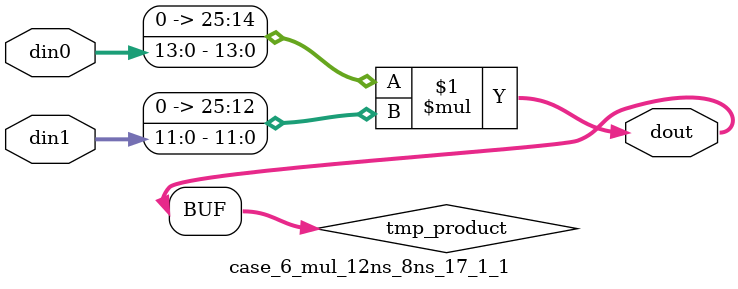
<source format=v>

`timescale 1 ns / 1 ps

 (* use_dsp = "no" *)  module case_6_mul_12ns_8ns_17_1_1(din0, din1, dout);
parameter ID = 1;
parameter NUM_STAGE = 0;
parameter din0_WIDTH = 14;
parameter din1_WIDTH = 12;
parameter dout_WIDTH = 26;

input [din0_WIDTH - 1 : 0] din0; 
input [din1_WIDTH - 1 : 0] din1; 
output [dout_WIDTH - 1 : 0] dout;

wire signed [dout_WIDTH - 1 : 0] tmp_product;
























assign tmp_product = $signed({1'b0, din0}) * $signed({1'b0, din1});











assign dout = tmp_product;





















endmodule

</source>
